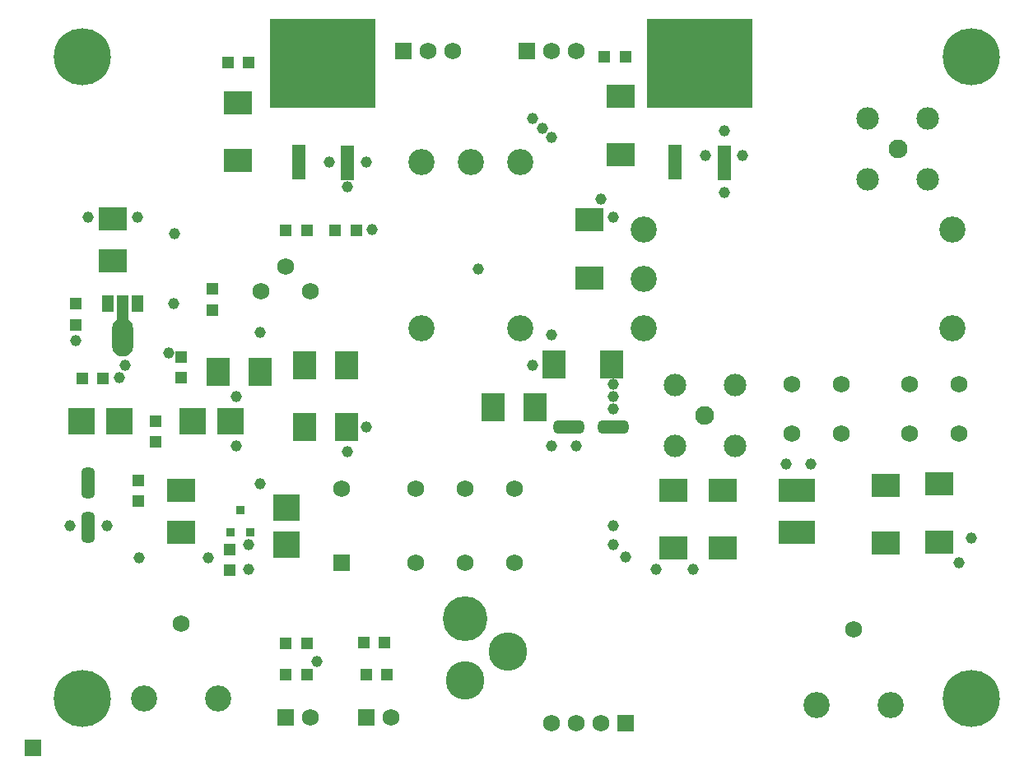
<source format=gts>
G04 Format statement*
%FSLAX23Y23*%
%MOIN*%
G04 Apeture information*
%ADD10C,.003*%
%ADD11C,.005*%
%ADD12C,.001*%
%ADD13C,.008*%
%ADD14R,.062X.062*%
%ADD15R,.068X.068*%
%ADD16C,.062*%
%ADD17C,.068*%
%ADD18O,.125X.050*%
%ADD19O,.131X.056*%
%ADD20C,.056*%
%ADD21R,.040X.045*%
%ADD22R,.046X.051*%
%ADD23R,.046X.046*%
%ADD24C,.010*%
%ADD25R,.045X.040*%
%ADD26R,.051X.046*%
%ADD27R,.030X.030*%
%ADD28R,.036X.036*%
%ADD29R,.110X.090*%
%ADD30R,.116X.096*%
%ADD31R,.096X.096*%
%ADD32R,.090X.110*%
%ADD33R,.096X.116*%
%ADD34R,.040X.200*%
%ADD35R,.046X.206*%
%ADD36R,.040X.060*%
%ADD37R,.046X.066*%
%ADD38O,.080X.150*%
%ADD39O,.086X.156*%
%ADD40C,.086*%
%ADD41R,.100X.100*%
%ADD42R,.106X.106*%
%ADD43R,.140X.090*%
%ADD44R,.146X.096*%
%ADD45O,.050X.125*%
%ADD46O,.056X.131*%
%ADD47C,.085*%
%ADD48C,.091*%
%ADD49C,.070*%
%ADD50C,.076*%
%ADD51R,.420X.355*%
%ADD52R,.426X.361*%
%ADD53R,.361X.361*%
%ADD54R,.050X.135*%
%ADD55R,.056X.141*%
%ADD56R,.056X.056*%
%ADD57C,.175*%
%ADD58C,.181*%
%ADD59C,.150*%
%ADD60C,.156*%
%AMTHERM150*7,0,0,.170,.150,.050,0*%
%ADD61THERM150*%
%ADD62C,.100*%
%ADD63C,.106*%
%ADD64C,.075*%
%ADD65C,.030*%
%ADD66C,.050*%
%ADD67C,.012*%
%ADD68C,.040*%
%ADD69C,.046*%
%ADD70C,.225*%
%ADD71C,.231*%
%ADD72C,.006*%
G04 End of apeture information*
D15*
D03*D02*D02*X2000Y2825*D03*
D17*
D02*X2100Y2825*D03*
D02*X2200Y2825*D03*
D15*
D02*X1500Y2825*D03*
D17*
D02*X1600Y2825*D03*
D02*X1700Y2825*D03*
D19*
D02*X2350Y1300*D03*
D02*X2170Y1300*D03*
D22*
D02*X1110Y423*D03*
D02*X1025Y423*D03*
D02*X1110Y298*D03*
D02*X1025Y298*D03*
D26*
D02*X173Y1715*D03*
D02*X173Y1800*D03*
D22*
D02*X1310Y2098*D03*
D02*X1225Y2098*D03*
D26*
D02*X727Y1860*D03*
D02*X727Y1775*D03*
D22*
D02*X1110Y2098*D03*
D02*X1025Y2098*D03*
D02*X1340Y427*D03*
D02*X1425Y427*D03*
D02*X1435Y298*D03*
D02*X1350Y298*D03*
D26*
D02*X498Y1240*D03*
D02*X498Y1325*D03*
D22*
D02*X285Y1498*D03*
D02*X200Y1498*D03*
D26*
D02*X427Y1085*D03*
D02*X427Y1000*D03*
D02*X798Y720*D03*
D02*X798Y805*D03*
D02*X602Y1585*D03*
D02*X602Y1500*D03*
D22*
D02*X2315Y2802*D03*
D02*X2400Y2802*D03*
D02*X790Y2777*D03*
D02*X875Y2777*D03*
D17*
D02*X1125Y125*D03*
D15*
D02*X1025Y125*D03*
D17*
D02*X1450Y125*D03*
D15*
D02*X1350Y125*D03*
D28*
D02*X880Y875*D03*
D02*X800Y875*D03*
D02*X840Y965*D03*
D30*
D02*X325Y2145*D03*
D02*X325Y1975*D03*
D02*X3670Y835*D03*
D02*X3670Y1070*D03*
D02*X2255Y2140*D03*
D02*X2255Y1905*D03*
D33*
D02*X2110Y1555*D03*
D02*X2345Y1555*D03*
D30*
D02*X2795Y810*D03*
D02*X2795Y1045*D03*
D02*X3455Y1065*D03*
D02*X3455Y830*D03*
D33*
D02*X2035Y1380*D03*
D02*X1865Y1380*D03*
D02*X1270Y1550*D03*
D02*X1100Y1550*D03*
D02*X1270Y1300*D03*
D02*X1100Y1300*D03*
D30*
D02*X600Y1045*D03*
D02*X600Y875*D03*
D33*
D02*X920Y1525*D03*
D02*X750Y1525*D03*
D30*
D02*X2380Y2640*D03*
D02*X2380Y2405*D03*
D02*X830Y2615*D03*
D02*X830Y2380*D03*
D02*X2595Y810*D03*
D02*X2595Y1045*D03*
D35*
D02*X365Y1730*D03*
D37*
D02*X305Y1800*D03*
D02*X425Y1800*D03*
D39*
D02*X365Y1665*D03*
D15*
D02*X2400Y100*D03*
D17*
D02*X2300Y100*D03*
D02*X2200Y100*D03*
D02*X2100Y100*D03*
D42*
D02*X648Y1324*D03*
D02*X799Y1324*D03*
D02*X198Y1324*D03*
D02*X349Y1324*D03*
D02*X1026Y823*D03*
D02*X1026Y974*D03*
D44*
D02*X3095Y1045*D03*
D02*X3095Y875*D03*
D46*
D02*X225Y895*D03*
D02*X225Y1075*D03*
D17*
D02*X3275Y1275*D03*
D02*X3075Y1275*D03*
D02*X3075Y1475*D03*
D02*X3275Y1475*D03*
D02*X3750Y1275*D03*
D02*X3550Y1275*D03*
D02*X3550Y1475*D03*
D02*X3750Y1475*D03*
D48*
D02*X2600Y1225*D03*
D02*X2845Y1225*D03*
D02*X2845Y1470*D03*
D02*X2600Y1470*D03*
D50*
D02*X2722Y1348*D03*
D48*
D02*X3625Y2550*D03*
D02*X3380Y2550*D03*
D02*X3380Y2305*D03*
D02*X3625Y2305*D03*
D50*
D02*X3503Y2427*D03*
D17*
D02*X925Y1850*D03*
D02*X1025Y1950*D03*
D02*X1125Y1850*D03*
D02*X1250Y1050*D03*
D02*X1550Y1050*D03*
D02*X1750Y1050*D03*
D02*X1950Y1050*D03*
D02*X1950Y750*D03*
D02*X1750Y750*D03*
D02*X1550Y750*D03*
D15*
D02*X1250Y750*D03*
D52*
D02*X2700Y2775*D03*
D55*
D02*X2601Y2375*D03*
D02*X2799Y2370*D03*
D52*
D02*X1175Y2775*D03*
D55*
D02*X1076Y2375*D03*
D02*X1274Y2370*D03*
D58*
D02*X1750Y525*D03*
D60*
D02*X1925Y390*D03*
D02*X1750Y275*D03*
D17*
D02*X600Y505*D03*
D63*
D02*X750Y200*D03*
D02*X450Y200*D03*
D17*
D02*X3325Y480*D03*
D63*
D02*X3475Y175*D03*
D02*X3175Y175*D03*
D02*X1775Y2375*D03*
D02*X1975Y2375*D03*
D02*X1575Y2375*D03*
D02*X1575Y1700*D03*
D02*X1975Y1700*D03*
D02*X2475Y1900*D03*
D02*X2475Y2100*D03*
D02*X2475Y1700*D03*
D02*X3725Y1700*D03*
D02*X3725Y2100*D03*
D69*
D02*X150Y900*D03*
D02*X300Y900*D03*
D02*X175Y1650*D03*
D02*X225Y2150*D03*
D02*X430Y770*D03*
D02*X570Y1800*D03*
D02*X575Y2085*D03*
D02*X375Y1550*D03*
D02*X350Y1500*D03*
D02*X425Y2150*D03*
D02*X550Y1600*D03*
D02*X710Y770*D03*
D02*X920Y1685*D03*
D02*X920Y1070*D03*
D02*X875Y825*D03*
D02*X875Y725*D03*
D02*X825Y1225*D03*
D02*X825Y1425*D03*
D02*X1150Y350*D03*
D02*X1200Y2375*D03*
D02*X1275Y2275*D03*
D02*X1275Y1200*D03*
D02*X1350Y2375*D03*
D02*X1375Y2100*D03*
D02*X1350Y1300*D03*
D02*X1805Y1940*D03*
D02*X2025Y1550*D03*
D02*X2100Y1675*D03*
D02*X2100Y1225*D03*
D02*X2200Y1225*D03*
D02*X2025Y2550*D03*
D02*X2100Y2475*D03*
D02*X2065Y2510*D03*
D02*X2350Y1475*D03*
D02*X2350Y1425*D03*
D02*X2350Y1375*D03*
D02*X2400Y775*D03*
D02*X2350Y900*D03*
D02*X2350Y825*D03*
D02*X2350Y2150*D03*
D02*X2300Y2225*D03*
D02*X2525Y725*D03*
D02*X2800Y2250*D03*
D02*X2725Y2400*D03*
D02*X2875Y2400*D03*
D02*X2800Y2500*D03*
D02*X2675Y725*D03*
D02*X3050Y1150*D03*
D02*X3150Y1150*D03*
D02*X3800Y850*D03*
D02*X3750Y750*D03*
D71*
D02*X200Y2800*D03*
D02*X3800Y2800*D03*
D02*X3800Y200*D03*
D02*X200Y200*D03*
M02*

</source>
